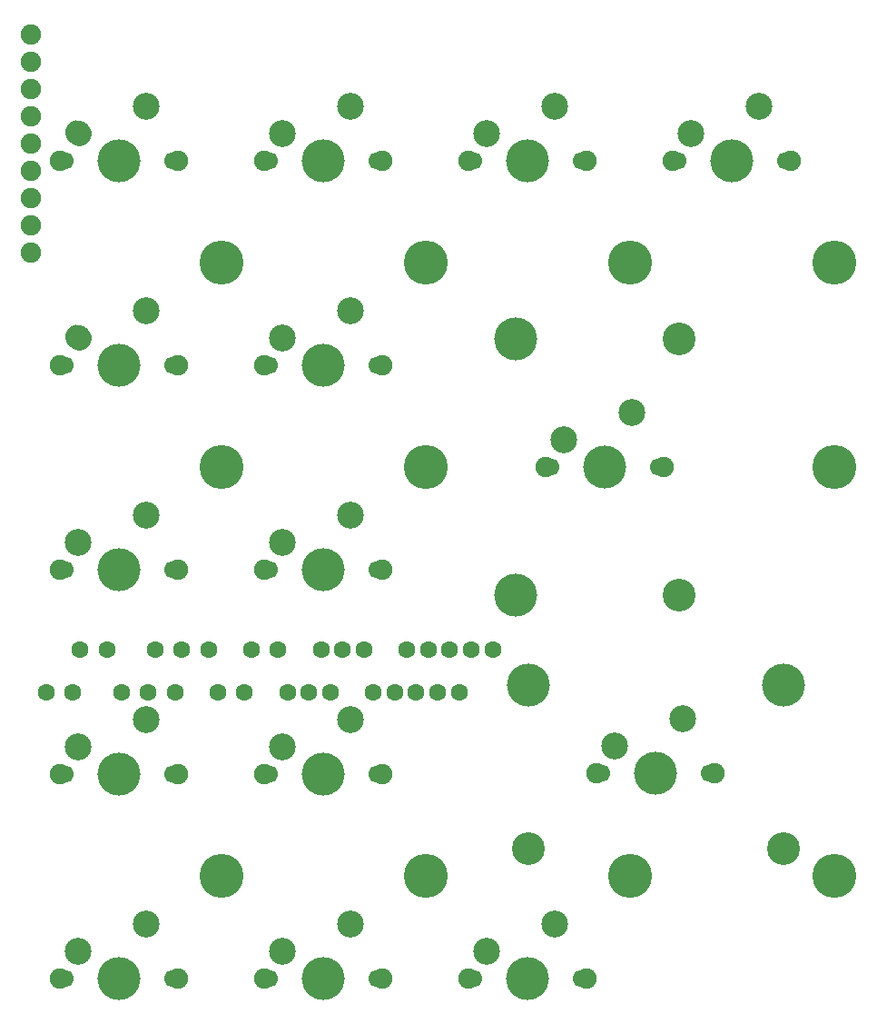
<source format=gbs>
G04 #@! TF.GenerationSoftware,KiCad,Pcbnew,(5.1.9)-1*
G04 #@! TF.CreationDate,2021-04-17T22:20:15+09:00*
G04 #@! TF.ProjectId,______,f3e135fa-7f39-42e6-9b69-6361645f7063,rev?*
G04 #@! TF.SameCoordinates,Original*
G04 #@! TF.FileFunction,Soldermask,Bot*
G04 #@! TF.FilePolarity,Negative*
%FSLAX46Y46*%
G04 Gerber Fmt 4.6, Leading zero omitted, Abs format (unit mm)*
G04 Created by KiCad (PCBNEW (5.1.9)-1) date 2021-04-17 22:20:15*
%MOMM*%
%LPD*%
G01*
G04 APERTURE LIST*
%ADD10C,1.600000*%
%ADD11C,4.100000*%
%ADD12C,1.700000*%
%ADD13C,2.500000*%
%ADD14C,1.900000*%
%ADD15C,4.000000*%
%ADD16C,3.050000*%
G04 APERTURE END LIST*
D10*
X32319937Y38109427D03*
X29180063Y34090573D03*
X36319937Y38109427D03*
X33180063Y34090573D03*
D11*
X76200000Y17050000D03*
X76200000Y55150000D03*
X76200000Y74200000D03*
X57150000Y74200000D03*
X38100000Y74200000D03*
X19050000Y74200000D03*
X38100000Y55150000D03*
X19050000Y55150000D03*
X57150000Y17050000D03*
X38100000Y17050000D03*
X19050000Y17050000D03*
D12*
X23470000Y26550000D03*
X33630000Y26550000D03*
D13*
X24740000Y29090000D03*
X31090000Y31630000D03*
D14*
X34050000Y26550000D03*
X23050000Y26550000D03*
D15*
X28550000Y26550000D03*
D12*
X4420000Y26550000D03*
X14580000Y26550000D03*
D13*
X5690000Y29090000D03*
X12040000Y31630000D03*
D14*
X15000000Y26550000D03*
X4000000Y26550000D03*
D15*
X9500000Y26550000D03*
D12*
X4420000Y64650000D03*
X14580000Y64650000D03*
G36*
G01*
X4666060Y67906971D02*
X4666060Y67906971D01*
G75*
G02*
X6267698Y68189383I942025J-659613D01*
G01*
X6431528Y68074667D01*
G75*
G02*
X6713940Y66473029I-659613J-942025D01*
G01*
X6713940Y66473029D01*
G75*
G02*
X5112302Y66190617I-942025J659613D01*
G01*
X4948472Y66305333D01*
G75*
G02*
X4666060Y67906971I659613J942025D01*
G01*
G37*
D13*
X12040000Y69730000D03*
D14*
X15000000Y64650000D03*
X4000000Y64650000D03*
D15*
X9500000Y64650000D03*
D12*
X4420000Y83700000D03*
X14580000Y83700000D03*
G36*
G01*
X4666060Y86956971D02*
X4666060Y86956971D01*
G75*
G02*
X6267698Y87239383I942025J-659613D01*
G01*
X6431528Y87124667D01*
G75*
G02*
X6713940Y85523029I-659613J-942025D01*
G01*
X6713940Y85523029D01*
G75*
G02*
X5112302Y85240617I-942025J659613D01*
G01*
X4948472Y85355333D01*
G75*
G02*
X4666060Y86956971I659613J942025D01*
G01*
G37*
D13*
X12040000Y88780000D03*
D14*
X15000000Y83700000D03*
X4000000Y83700000D03*
D15*
X9500000Y83700000D03*
D12*
X23470000Y83700000D03*
X33630000Y83700000D03*
D13*
X24740000Y86240000D03*
X31090000Y88780000D03*
D14*
X34050000Y83700000D03*
X23050000Y83700000D03*
D15*
X28550000Y83700000D03*
X28550000Y64650000D03*
D14*
X23050000Y64650000D03*
X34050000Y64650000D03*
D13*
X31090000Y69730000D03*
X24740000Y67190000D03*
D12*
X33630000Y64650000D03*
X23470000Y64650000D03*
X23470000Y45600000D03*
X33630000Y45600000D03*
D13*
X24740000Y48140000D03*
X31090000Y50680000D03*
D14*
X34050000Y45600000D03*
X23050000Y45600000D03*
D15*
X28550000Y45600000D03*
D12*
X23470000Y7500000D03*
X33630000Y7500000D03*
D13*
X24740000Y10040000D03*
X31090000Y12580000D03*
D14*
X34050000Y7500000D03*
X23050000Y7500000D03*
D15*
X28550000Y7500000D03*
X9500000Y7500000D03*
D14*
X4000000Y7500000D03*
X15000000Y7500000D03*
D13*
X12040000Y12580000D03*
X5690000Y10040000D03*
D12*
X14580000Y7500000D03*
X4420000Y7500000D03*
D14*
X1270000Y75120000D03*
X1270000Y77660000D03*
X1270000Y80200000D03*
X1270000Y82740000D03*
X1270000Y85280000D03*
X1270000Y87820000D03*
X1270000Y90360000D03*
X1270000Y92900000D03*
X1270000Y95440000D03*
D15*
X47600000Y83700000D03*
D14*
X42100000Y83700000D03*
X53100000Y83700000D03*
D13*
X50140000Y88780000D03*
X43790000Y86240000D03*
D12*
X52680000Y83700000D03*
X42520000Y83700000D03*
D15*
X66650000Y83700000D03*
D14*
X61150000Y83700000D03*
X72150000Y83700000D03*
D13*
X69190000Y88780000D03*
X62840000Y86240000D03*
D12*
X71730000Y83700000D03*
X61570000Y83700000D03*
X42520000Y7500000D03*
X52680000Y7500000D03*
D13*
X43790000Y10040000D03*
X50140000Y12580000D03*
D14*
X53100000Y7500000D03*
X42100000Y7500000D03*
D15*
X47600000Y7500000D03*
D10*
X17819937Y38109427D03*
X14680063Y34090573D03*
X15319937Y38109427D03*
X12180063Y34090573D03*
X12819937Y38109427D03*
X9680063Y34090573D03*
X8319937Y38109427D03*
X5180063Y34090573D03*
X5819937Y38109427D03*
X2680063Y34090573D03*
X27180063Y34090573D03*
X30319937Y38109427D03*
X28319937Y38109427D03*
X25180063Y34090573D03*
X21180063Y34090573D03*
X24319937Y38109427D03*
X21819937Y38109427D03*
X18680063Y34090573D03*
X35180063Y34090573D03*
X38319937Y38109427D03*
X37180063Y34090573D03*
X40319937Y38109427D03*
X42319937Y38109427D03*
X39180063Y34090573D03*
X44319937Y38109427D03*
X41180063Y34090573D03*
D13*
X50933750Y57665000D03*
D14*
X49243750Y55125000D03*
D13*
X57283750Y60205000D03*
D15*
X54743750Y55125000D03*
D14*
X60243750Y55125000D03*
D12*
X59823750Y55125000D03*
X49663750Y55125000D03*
D15*
X46503750Y43225000D03*
D16*
X61743750Y43225000D03*
X61743750Y67025000D03*
D15*
X46503750Y67025000D03*
D13*
X55721250Y29115000D03*
D14*
X54031250Y26575000D03*
D13*
X62071250Y31655000D03*
D15*
X59531250Y26575000D03*
D14*
X65031250Y26575000D03*
D12*
X64611250Y26575000D03*
X54451250Y26575000D03*
D15*
X47631250Y34815000D03*
D16*
X47631250Y19575000D03*
X71431250Y19575000D03*
D15*
X71431250Y34815000D03*
X9500000Y45600000D03*
D14*
X4000000Y45600000D03*
X15000000Y45600000D03*
D13*
X12040000Y50680000D03*
X5690000Y48140000D03*
D12*
X14580000Y45600000D03*
X4420000Y45600000D03*
M02*

</source>
